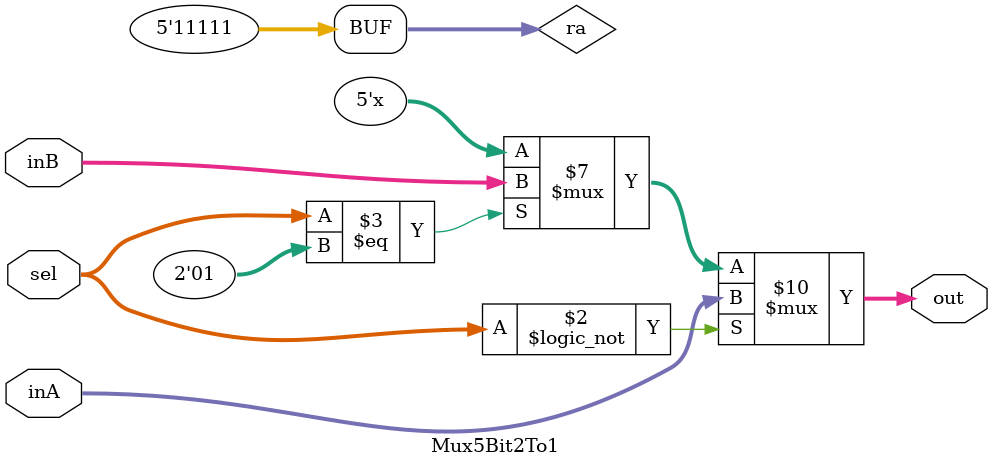
<source format=v>
`timescale 1ns / 1ps


module Mux5Bit2To1(out, inA, inB, sel);

    output reg [4:0] out;
    
    input [4:0] inA;
    input [4:0] inB;
	 reg [4:0] ra;
    input [1:0] sel;
	 
always @(sel, inA, inB) begin
		ra <= 5'b11111;

		if(sel == 2'b00)begin
		out <= inA;
		end

		else if(sel == 2'b01)begin
		out <= inB;
		end
		
		else if(sel == 2'b10) begin //jal
			out <= ra;
		end

	end

endmodule

</source>
